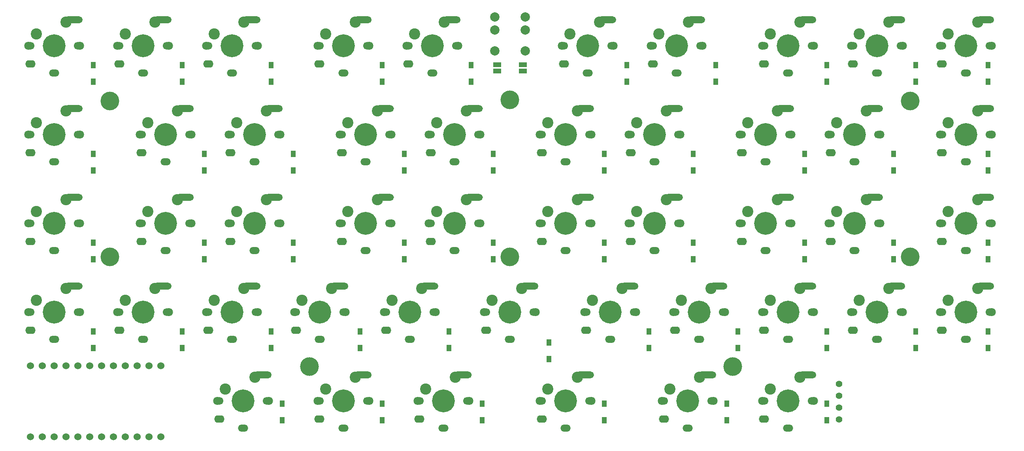
<source format=gbr>
G04 #@! TF.GenerationSoftware,KiCad,Pcbnew,(5.1.9)-1*
G04 #@! TF.CreationDate,2021-01-19T21:28:49+09:00*
G04 #@! TF.ProjectId,yuiop47,7975696f-7034-4372-9e6b-696361645f70,1*
G04 #@! TF.SameCoordinates,Original*
G04 #@! TF.FileFunction,Soldermask,Bot*
G04 #@! TF.FilePolarity,Negative*
%FSLAX46Y46*%
G04 Gerber Fmt 4.6, Leading zero omitted, Abs format (unit mm)*
G04 Created by KiCad (PCBNEW (5.1.9)-1) date 2021-01-19 21:28:49*
%MOMM*%
%LPD*%
G01*
G04 APERTURE LIST*
%ADD10C,4.000000*%
%ADD11C,2.000000*%
%ADD12R,1.000000X1.400000*%
%ADD13R,1.700000X1.000000*%
%ADD14C,1.397000*%
%ADD15C,2.400000*%
%ADD16O,2.200000X1.600000*%
%ADD17C,4.900000*%
%ADD18C,1.800000*%
%ADD19O,2.200000X1.500000*%
%ADD20C,1.700000*%
%ADD21C,1.524000*%
G04 APERTURE END LIST*
D10*
X235750000Y-117250000D03*
X64250000Y-117250000D03*
X197750000Y-140750000D03*
X107000000Y-140750000D03*
X150000000Y-117250000D03*
X150000000Y-83500000D03*
X235750000Y-83750000D03*
X64250000Y-83750000D03*
D11*
X153250000Y-68538800D03*
X146750000Y-68538800D03*
X153250000Y-73038800D03*
X146750000Y-73038800D03*
D12*
X60703100Y-79628100D03*
X60703100Y-76078100D03*
X79753100Y-76078100D03*
X79753100Y-79628100D03*
X98803100Y-79628100D03*
X98803100Y-76078100D03*
X122616000Y-76078100D03*
X122616000Y-79628100D03*
X141666000Y-79628100D03*
X141666000Y-76078100D03*
X175003000Y-76078100D03*
X175003000Y-79628100D03*
X194053000Y-79628100D03*
X194053000Y-76078100D03*
X217866000Y-76078100D03*
X217866000Y-79628100D03*
X236916000Y-79628100D03*
X236916000Y-76078100D03*
X252394000Y-76078100D03*
X252394000Y-79628100D03*
X60703100Y-98678100D03*
X60703100Y-95128100D03*
X84515600Y-95128100D03*
X84515600Y-98678100D03*
X103566000Y-98678100D03*
X103566000Y-95128100D03*
X127378000Y-95128100D03*
X127378000Y-98678100D03*
X146428000Y-98678100D03*
X146428000Y-95128100D03*
X170241000Y-98678100D03*
X170241000Y-95128100D03*
X189291000Y-95128100D03*
X189291000Y-98678100D03*
X213103000Y-95128100D03*
X213103000Y-98678100D03*
X232153000Y-98678100D03*
X232153000Y-95128100D03*
X252394000Y-95128100D03*
X252394000Y-98678100D03*
X60703100Y-117728000D03*
X60703100Y-114178000D03*
X84515600Y-114178000D03*
X84515600Y-117728000D03*
X103566000Y-117728000D03*
X103566000Y-114178000D03*
X127378000Y-117728000D03*
X127378000Y-114178000D03*
X146428000Y-114178000D03*
X146428000Y-117728000D03*
X170241000Y-117728000D03*
X170241000Y-114178000D03*
X189291000Y-114178000D03*
X189291000Y-117728000D03*
X213103000Y-117728000D03*
X213103000Y-114178000D03*
X232153000Y-114178000D03*
X232153000Y-117728000D03*
X252394000Y-114178000D03*
X252394000Y-117728000D03*
X60703100Y-136778000D03*
X60703100Y-133228000D03*
X79753100Y-133228000D03*
X79753100Y-136778000D03*
X98803100Y-136778000D03*
X98803100Y-133228000D03*
X117853000Y-133228000D03*
X117853000Y-136778000D03*
X136903000Y-133228000D03*
X136903000Y-136778000D03*
X179766000Y-133228000D03*
X179766000Y-136778000D03*
X198816000Y-133228000D03*
X198816000Y-136778000D03*
X217866000Y-133228000D03*
X217866000Y-136778000D03*
X236916000Y-133228000D03*
X236916000Y-136778000D03*
X252394000Y-136778000D03*
X252394000Y-133228000D03*
X101184000Y-152256000D03*
X101184000Y-148706000D03*
X122616000Y-152256000D03*
X122616000Y-148706000D03*
X144047000Y-152256000D03*
X144047000Y-148706000D03*
X158334000Y-139159000D03*
X158334000Y-135609000D03*
X170241000Y-152256000D03*
X170241000Y-148706000D03*
X196434000Y-152256000D03*
X196434000Y-148706000D03*
X217866000Y-148706000D03*
X217866000Y-152256000D03*
D13*
X152750000Y-77362500D03*
X152750000Y-75962500D03*
X147250000Y-77362500D03*
X147250000Y-75962500D03*
D14*
X220500000Y-144440000D03*
X220500000Y-146980000D03*
X220500000Y-149520000D03*
X220500000Y-152060000D03*
D15*
X54908800Y-66820000D03*
G36*
G01*
X54068926Y-66378797D02*
X54068926Y-66378797D01*
G75*
G02*
X54812352Y-65622281I749971J6545D01*
G01*
X57712242Y-65596975D01*
G75*
G02*
X58468758Y-66340401I6545J-749971D01*
G01*
X58468758Y-66340401D01*
G75*
G02*
X57725332Y-67096917I-749971J-6545D01*
G01*
X54825442Y-67122223D01*
G75*
G02*
X54068926Y-66378797I-6545J749971D01*
G01*
G37*
D16*
X47268800Y-75800000D03*
D17*
X52368800Y-71900000D03*
D18*
X46868800Y-71900000D03*
X57868800Y-71900000D03*
D19*
X52368800Y-77800000D03*
D15*
X48558800Y-69360000D03*
D20*
X57448800Y-71900000D03*
X47288800Y-71900000D03*
X66338800Y-71900000D03*
X76498800Y-71900000D03*
D15*
X67608800Y-69360000D03*
D19*
X71418800Y-77800000D03*
D18*
X76918800Y-71900000D03*
X65918800Y-71900000D03*
D17*
X71418800Y-71900000D03*
D16*
X66318800Y-75800000D03*
G36*
G01*
X73118926Y-66378797D02*
X73118926Y-66378797D01*
G75*
G02*
X73862352Y-65622281I749971J6545D01*
G01*
X76762242Y-65596975D01*
G75*
G02*
X77518758Y-66340401I6545J-749971D01*
G01*
X77518758Y-66340401D01*
G75*
G02*
X76775332Y-67096917I-749971J-6545D01*
G01*
X73875442Y-67122223D01*
G75*
G02*
X73118926Y-66378797I-6545J749971D01*
G01*
G37*
D15*
X73958800Y-66820000D03*
X93008800Y-66820000D03*
G36*
G01*
X92168926Y-66378797D02*
X92168926Y-66378797D01*
G75*
G02*
X92912352Y-65622281I749971J6545D01*
G01*
X95812242Y-65596975D01*
G75*
G02*
X96568758Y-66340401I6545J-749971D01*
G01*
X96568758Y-66340401D01*
G75*
G02*
X95825332Y-67096917I-749971J-6545D01*
G01*
X92925442Y-67122223D01*
G75*
G02*
X92168926Y-66378797I-6545J749971D01*
G01*
G37*
D16*
X85368800Y-75800000D03*
D17*
X90468800Y-71900000D03*
D18*
X84968800Y-71900000D03*
X95968800Y-71900000D03*
D19*
X90468800Y-77800000D03*
D15*
X86658800Y-69360000D03*
D20*
X95548800Y-71900000D03*
X85388800Y-71900000D03*
X109201000Y-71900000D03*
X119361000Y-71900000D03*
D15*
X110471000Y-69360000D03*
D19*
X114281000Y-77800000D03*
D18*
X119781000Y-71900000D03*
X108781000Y-71900000D03*
D17*
X114281000Y-71900000D03*
D16*
X109181000Y-75800000D03*
G36*
G01*
X115981126Y-66378797D02*
X115981126Y-66378797D01*
G75*
G02*
X116724552Y-65622281I749971J6545D01*
G01*
X119624442Y-65596975D01*
G75*
G02*
X120380958Y-66340401I6545J-749971D01*
G01*
X120380958Y-66340401D01*
G75*
G02*
X119637532Y-67096917I-749971J-6545D01*
G01*
X116737642Y-67122223D01*
G75*
G02*
X115981126Y-66378797I-6545J749971D01*
G01*
G37*
D15*
X116821000Y-66820000D03*
X135871000Y-66820000D03*
G36*
G01*
X135031126Y-66378797D02*
X135031126Y-66378797D01*
G75*
G02*
X135774552Y-65622281I749971J6545D01*
G01*
X138674442Y-65596975D01*
G75*
G02*
X139430958Y-66340401I6545J-749971D01*
G01*
X139430958Y-66340401D01*
G75*
G02*
X138687532Y-67096917I-749971J-6545D01*
G01*
X135787642Y-67122223D01*
G75*
G02*
X135031126Y-66378797I-6545J749971D01*
G01*
G37*
D16*
X128231000Y-75800000D03*
D17*
X133331000Y-71900000D03*
D18*
X127831000Y-71900000D03*
X138831000Y-71900000D03*
D19*
X133331000Y-77800000D03*
D15*
X129521000Y-69360000D03*
D20*
X138411000Y-71900000D03*
X128251000Y-71900000D03*
D15*
X169209000Y-66820000D03*
G36*
G01*
X168369126Y-66378797D02*
X168369126Y-66378797D01*
G75*
G02*
X169112552Y-65622281I749971J6545D01*
G01*
X172012442Y-65596975D01*
G75*
G02*
X172768958Y-66340401I6545J-749971D01*
G01*
X172768958Y-66340401D01*
G75*
G02*
X172025532Y-67096917I-749971J-6545D01*
G01*
X169125642Y-67122223D01*
G75*
G02*
X168369126Y-66378797I-6545J749971D01*
G01*
G37*
D16*
X161569000Y-75800000D03*
D17*
X166669000Y-71900000D03*
D18*
X161169000Y-71900000D03*
X172169000Y-71900000D03*
D19*
X166669000Y-77800000D03*
D15*
X162859000Y-69360000D03*
D20*
X171749000Y-71900000D03*
X161589000Y-71900000D03*
X180639000Y-71900000D03*
X190799000Y-71900000D03*
D15*
X181909000Y-69360000D03*
D19*
X185719000Y-77800000D03*
D18*
X191219000Y-71900000D03*
X180219000Y-71900000D03*
D17*
X185719000Y-71900000D03*
D16*
X180619000Y-75800000D03*
G36*
G01*
X187419126Y-66378797D02*
X187419126Y-66378797D01*
G75*
G02*
X188162552Y-65622281I749971J6545D01*
G01*
X191062442Y-65596975D01*
G75*
G02*
X191818958Y-66340401I6545J-749971D01*
G01*
X191818958Y-66340401D01*
G75*
G02*
X191075532Y-67096917I-749971J-6545D01*
G01*
X188175642Y-67122223D01*
G75*
G02*
X187419126Y-66378797I-6545J749971D01*
G01*
G37*
D15*
X188259000Y-66820000D03*
D20*
X204451000Y-71900000D03*
X214611000Y-71900000D03*
D15*
X205721000Y-69360000D03*
D19*
X209531000Y-77800000D03*
D18*
X215031000Y-71900000D03*
X204031000Y-71900000D03*
D17*
X209531000Y-71900000D03*
D16*
X204431000Y-75800000D03*
G36*
G01*
X211231126Y-66378797D02*
X211231126Y-66378797D01*
G75*
G02*
X211974552Y-65622281I749971J6545D01*
G01*
X214874442Y-65596975D01*
G75*
G02*
X215630958Y-66340401I6545J-749971D01*
G01*
X215630958Y-66340401D01*
G75*
G02*
X214887532Y-67096917I-749971J-6545D01*
G01*
X211987642Y-67122223D01*
G75*
G02*
X211231126Y-66378797I-6545J749971D01*
G01*
G37*
D15*
X212071000Y-66820000D03*
X231121000Y-66820000D03*
G36*
G01*
X230281126Y-66378797D02*
X230281126Y-66378797D01*
G75*
G02*
X231024552Y-65622281I749971J6545D01*
G01*
X233924442Y-65596975D01*
G75*
G02*
X234680958Y-66340401I6545J-749971D01*
G01*
X234680958Y-66340401D01*
G75*
G02*
X233937532Y-67096917I-749971J-6545D01*
G01*
X231037642Y-67122223D01*
G75*
G02*
X230281126Y-66378797I-6545J749971D01*
G01*
G37*
D16*
X223481000Y-75800000D03*
D17*
X228581000Y-71900000D03*
D18*
X223081000Y-71900000D03*
X234081000Y-71900000D03*
D19*
X228581000Y-77800000D03*
D15*
X224771000Y-69360000D03*
D20*
X233661000Y-71900000D03*
X223501000Y-71900000D03*
X242551000Y-71900000D03*
X252711000Y-71900000D03*
D15*
X243821000Y-69360000D03*
D19*
X247631000Y-77800000D03*
D18*
X253131000Y-71900000D03*
X242131000Y-71900000D03*
D17*
X247631000Y-71900000D03*
D16*
X242531000Y-75800000D03*
G36*
G01*
X249331126Y-66378797D02*
X249331126Y-66378797D01*
G75*
G02*
X250074552Y-65622281I749971J6545D01*
G01*
X252974442Y-65596975D01*
G75*
G02*
X253730958Y-66340401I6545J-749971D01*
G01*
X253730958Y-66340401D01*
G75*
G02*
X252987532Y-67096917I-749971J-6545D01*
G01*
X250087642Y-67122223D01*
G75*
G02*
X249331126Y-66378797I-6545J749971D01*
G01*
G37*
D15*
X250171000Y-66820000D03*
D20*
X47288800Y-90950000D03*
X57448800Y-90950000D03*
D15*
X48558800Y-88410000D03*
D19*
X52368800Y-96850000D03*
D18*
X57868800Y-90950000D03*
X46868800Y-90950000D03*
D17*
X52368800Y-90950000D03*
D16*
X47268800Y-94850000D03*
G36*
G01*
X54068926Y-85428797D02*
X54068926Y-85428797D01*
G75*
G02*
X54812352Y-84672281I749971J6545D01*
G01*
X57712242Y-84646975D01*
G75*
G02*
X58468758Y-85390401I6545J-749971D01*
G01*
X58468758Y-85390401D01*
G75*
G02*
X57725332Y-86146917I-749971J-6545D01*
G01*
X54825442Y-86172223D01*
G75*
G02*
X54068926Y-85428797I-6545J749971D01*
G01*
G37*
D15*
X54908800Y-85870000D03*
D20*
X71101200Y-90950000D03*
X81261200Y-90950000D03*
D15*
X72371200Y-88410000D03*
D19*
X76181200Y-96850000D03*
D18*
X81681200Y-90950000D03*
X70681200Y-90950000D03*
D17*
X76181200Y-90950000D03*
D16*
X71081200Y-94850000D03*
G36*
G01*
X77881326Y-85428797D02*
X77881326Y-85428797D01*
G75*
G02*
X78624752Y-84672281I749971J6545D01*
G01*
X81524642Y-84646975D01*
G75*
G02*
X82281158Y-85390401I6545J-749971D01*
G01*
X82281158Y-85390401D01*
G75*
G02*
X81537732Y-86146917I-749971J-6545D01*
G01*
X78637842Y-86172223D01*
G75*
G02*
X77881326Y-85428797I-6545J749971D01*
G01*
G37*
D15*
X78721200Y-85870000D03*
X97771200Y-85870000D03*
G36*
G01*
X96931326Y-85428797D02*
X96931326Y-85428797D01*
G75*
G02*
X97674752Y-84672281I749971J6545D01*
G01*
X100574642Y-84646975D01*
G75*
G02*
X101331158Y-85390401I6545J-749971D01*
G01*
X101331158Y-85390401D01*
G75*
G02*
X100587732Y-86146917I-749971J-6545D01*
G01*
X97687842Y-86172223D01*
G75*
G02*
X96931326Y-85428797I-6545J749971D01*
G01*
G37*
D16*
X90131200Y-94850000D03*
D17*
X95231200Y-90950000D03*
D18*
X89731200Y-90950000D03*
X100731200Y-90950000D03*
D19*
X95231200Y-96850000D03*
D15*
X91421200Y-88410000D03*
D20*
X100311200Y-90950000D03*
X90151200Y-90950000D03*
D15*
X121584000Y-85870000D03*
G36*
G01*
X120744126Y-85428797D02*
X120744126Y-85428797D01*
G75*
G02*
X121487552Y-84672281I749971J6545D01*
G01*
X124387442Y-84646975D01*
G75*
G02*
X125143958Y-85390401I6545J-749971D01*
G01*
X125143958Y-85390401D01*
G75*
G02*
X124400532Y-86146917I-749971J-6545D01*
G01*
X121500642Y-86172223D01*
G75*
G02*
X120744126Y-85428797I-6545J749971D01*
G01*
G37*
D16*
X113944000Y-94850000D03*
D17*
X119044000Y-90950000D03*
D18*
X113544000Y-90950000D03*
X124544000Y-90950000D03*
D19*
X119044000Y-96850000D03*
D15*
X115234000Y-88410000D03*
D20*
X124124000Y-90950000D03*
X113964000Y-90950000D03*
D15*
X140634000Y-85870000D03*
G36*
G01*
X139794126Y-85428797D02*
X139794126Y-85428797D01*
G75*
G02*
X140537552Y-84672281I749971J6545D01*
G01*
X143437442Y-84646975D01*
G75*
G02*
X144193958Y-85390401I6545J-749971D01*
G01*
X144193958Y-85390401D01*
G75*
G02*
X143450532Y-86146917I-749971J-6545D01*
G01*
X140550642Y-86172223D01*
G75*
G02*
X139794126Y-85428797I-6545J749971D01*
G01*
G37*
D16*
X132994000Y-94850000D03*
D17*
X138094000Y-90950000D03*
D18*
X132594000Y-90950000D03*
X143594000Y-90950000D03*
D19*
X138094000Y-96850000D03*
D15*
X134284000Y-88410000D03*
D20*
X143174000Y-90950000D03*
X133014000Y-90950000D03*
X156826000Y-90950000D03*
X166986000Y-90950000D03*
D15*
X158096000Y-88410000D03*
D19*
X161906000Y-96850000D03*
D18*
X167406000Y-90950000D03*
X156406000Y-90950000D03*
D17*
X161906000Y-90950000D03*
D16*
X156806000Y-94850000D03*
G36*
G01*
X163606126Y-85428797D02*
X163606126Y-85428797D01*
G75*
G02*
X164349552Y-84672281I749971J6545D01*
G01*
X167249442Y-84646975D01*
G75*
G02*
X168005958Y-85390401I6545J-749971D01*
G01*
X168005958Y-85390401D01*
G75*
G02*
X167262532Y-86146917I-749971J-6545D01*
G01*
X164362642Y-86172223D01*
G75*
G02*
X163606126Y-85428797I-6545J749971D01*
G01*
G37*
D15*
X164446000Y-85870000D03*
D20*
X175876000Y-90950000D03*
X186036000Y-90950000D03*
D15*
X177146000Y-88410000D03*
D19*
X180956000Y-96850000D03*
D18*
X186456000Y-90950000D03*
X175456000Y-90950000D03*
D17*
X180956000Y-90950000D03*
D16*
X175856000Y-94850000D03*
G36*
G01*
X182656126Y-85428797D02*
X182656126Y-85428797D01*
G75*
G02*
X183399552Y-84672281I749971J6545D01*
G01*
X186299442Y-84646975D01*
G75*
G02*
X187055958Y-85390401I6545J-749971D01*
G01*
X187055958Y-85390401D01*
G75*
G02*
X186312532Y-86146917I-749971J-6545D01*
G01*
X183412642Y-86172223D01*
G75*
G02*
X182656126Y-85428797I-6545J749971D01*
G01*
G37*
D15*
X183496000Y-85870000D03*
X207309000Y-85870000D03*
G36*
G01*
X206469126Y-85428797D02*
X206469126Y-85428797D01*
G75*
G02*
X207212552Y-84672281I749971J6545D01*
G01*
X210112442Y-84646975D01*
G75*
G02*
X210868958Y-85390401I6545J-749971D01*
G01*
X210868958Y-85390401D01*
G75*
G02*
X210125532Y-86146917I-749971J-6545D01*
G01*
X207225642Y-86172223D01*
G75*
G02*
X206469126Y-85428797I-6545J749971D01*
G01*
G37*
D16*
X199669000Y-94850000D03*
D17*
X204769000Y-90950000D03*
D18*
X199269000Y-90950000D03*
X210269000Y-90950000D03*
D19*
X204769000Y-96850000D03*
D15*
X200959000Y-88410000D03*
D20*
X209849000Y-90950000D03*
X199689000Y-90950000D03*
D15*
X226359000Y-85870000D03*
G36*
G01*
X225519126Y-85428797D02*
X225519126Y-85428797D01*
G75*
G02*
X226262552Y-84672281I749971J6545D01*
G01*
X229162442Y-84646975D01*
G75*
G02*
X229918958Y-85390401I6545J-749971D01*
G01*
X229918958Y-85390401D01*
G75*
G02*
X229175532Y-86146917I-749971J-6545D01*
G01*
X226275642Y-86172223D01*
G75*
G02*
X225519126Y-85428797I-6545J749971D01*
G01*
G37*
D16*
X218719000Y-94850000D03*
D17*
X223819000Y-90950000D03*
D18*
X218319000Y-90950000D03*
X229319000Y-90950000D03*
D19*
X223819000Y-96850000D03*
D15*
X220009000Y-88410000D03*
D20*
X228899000Y-90950000D03*
X218739000Y-90950000D03*
X242551000Y-90950000D03*
X252711000Y-90950000D03*
D15*
X243821000Y-88410000D03*
D19*
X247631000Y-96850000D03*
D18*
X253131000Y-90950000D03*
X242131000Y-90950000D03*
D17*
X247631000Y-90950000D03*
D16*
X242531000Y-94850000D03*
G36*
G01*
X249331126Y-85428797D02*
X249331126Y-85428797D01*
G75*
G02*
X250074552Y-84672281I749971J6545D01*
G01*
X252974442Y-84646975D01*
G75*
G02*
X253730958Y-85390401I6545J-749971D01*
G01*
X253730958Y-85390401D01*
G75*
G02*
X252987532Y-86146917I-749971J-6545D01*
G01*
X250087642Y-86172223D01*
G75*
G02*
X249331126Y-85428797I-6545J749971D01*
G01*
G37*
D15*
X250171000Y-85870000D03*
D20*
X47288800Y-110000000D03*
X57448800Y-110000000D03*
D15*
X48558800Y-107460000D03*
D19*
X52368800Y-115900000D03*
D18*
X57868800Y-110000000D03*
X46868800Y-110000000D03*
D17*
X52368800Y-110000000D03*
D16*
X47268800Y-113900000D03*
G36*
G01*
X54068926Y-104478797D02*
X54068926Y-104478797D01*
G75*
G02*
X54812352Y-103722281I749971J6545D01*
G01*
X57712242Y-103696975D01*
G75*
G02*
X58468758Y-104440401I6545J-749971D01*
G01*
X58468758Y-104440401D01*
G75*
G02*
X57725332Y-105196917I-749971J-6545D01*
G01*
X54825442Y-105222223D01*
G75*
G02*
X54068926Y-104478797I-6545J749971D01*
G01*
G37*
D15*
X54908800Y-104920000D03*
X78721200Y-104920000D03*
G36*
G01*
X77881326Y-104478797D02*
X77881326Y-104478797D01*
G75*
G02*
X78624752Y-103722281I749971J6545D01*
G01*
X81524642Y-103696975D01*
G75*
G02*
X82281158Y-104440401I6545J-749971D01*
G01*
X82281158Y-104440401D01*
G75*
G02*
X81537732Y-105196917I-749971J-6545D01*
G01*
X78637842Y-105222223D01*
G75*
G02*
X77881326Y-104478797I-6545J749971D01*
G01*
G37*
D16*
X71081200Y-113900000D03*
D17*
X76181200Y-110000000D03*
D18*
X70681200Y-110000000D03*
X81681200Y-110000000D03*
D19*
X76181200Y-115900000D03*
D15*
X72371200Y-107460000D03*
D20*
X81261200Y-110000000D03*
X71101200Y-110000000D03*
D15*
X97771200Y-104920000D03*
G36*
G01*
X96931326Y-104478797D02*
X96931326Y-104478797D01*
G75*
G02*
X97674752Y-103722281I749971J6545D01*
G01*
X100574642Y-103696975D01*
G75*
G02*
X101331158Y-104440401I6545J-749971D01*
G01*
X101331158Y-104440401D01*
G75*
G02*
X100587732Y-105196917I-749971J-6545D01*
G01*
X97687842Y-105222223D01*
G75*
G02*
X96931326Y-104478797I-6545J749971D01*
G01*
G37*
D16*
X90131200Y-113900000D03*
D17*
X95231200Y-110000000D03*
D18*
X89731200Y-110000000D03*
X100731200Y-110000000D03*
D19*
X95231200Y-115900000D03*
D15*
X91421200Y-107460000D03*
D20*
X100311200Y-110000000D03*
X90151200Y-110000000D03*
X113964000Y-110000000D03*
X124124000Y-110000000D03*
D15*
X115234000Y-107460000D03*
D19*
X119044000Y-115900000D03*
D18*
X124544000Y-110000000D03*
X113544000Y-110000000D03*
D17*
X119044000Y-110000000D03*
D16*
X113944000Y-113900000D03*
G36*
G01*
X120744126Y-104478797D02*
X120744126Y-104478797D01*
G75*
G02*
X121487552Y-103722281I749971J6545D01*
G01*
X124387442Y-103696975D01*
G75*
G02*
X125143958Y-104440401I6545J-749971D01*
G01*
X125143958Y-104440401D01*
G75*
G02*
X124400532Y-105196917I-749971J-6545D01*
G01*
X121500642Y-105222223D01*
G75*
G02*
X120744126Y-104478797I-6545J749971D01*
G01*
G37*
D15*
X121584000Y-104920000D03*
D20*
X133014000Y-110000000D03*
X143174000Y-110000000D03*
D15*
X134284000Y-107460000D03*
D19*
X138094000Y-115900000D03*
D18*
X143594000Y-110000000D03*
X132594000Y-110000000D03*
D17*
X138094000Y-110000000D03*
D16*
X132994000Y-113900000D03*
G36*
G01*
X139794126Y-104478797D02*
X139794126Y-104478797D01*
G75*
G02*
X140537552Y-103722281I749971J6545D01*
G01*
X143437442Y-103696975D01*
G75*
G02*
X144193958Y-104440401I6545J-749971D01*
G01*
X144193958Y-104440401D01*
G75*
G02*
X143450532Y-105196917I-749971J-6545D01*
G01*
X140550642Y-105222223D01*
G75*
G02*
X139794126Y-104478797I-6545J749971D01*
G01*
G37*
D15*
X140634000Y-104920000D03*
X164446000Y-104920000D03*
G36*
G01*
X163606126Y-104478797D02*
X163606126Y-104478797D01*
G75*
G02*
X164349552Y-103722281I749971J6545D01*
G01*
X167249442Y-103696975D01*
G75*
G02*
X168005958Y-104440401I6545J-749971D01*
G01*
X168005958Y-104440401D01*
G75*
G02*
X167262532Y-105196917I-749971J-6545D01*
G01*
X164362642Y-105222223D01*
G75*
G02*
X163606126Y-104478797I-6545J749971D01*
G01*
G37*
D16*
X156806000Y-113900000D03*
D17*
X161906000Y-110000000D03*
D18*
X156406000Y-110000000D03*
X167406000Y-110000000D03*
D19*
X161906000Y-115900000D03*
D15*
X158096000Y-107460000D03*
D20*
X166986000Y-110000000D03*
X156826000Y-110000000D03*
D15*
X183496000Y-104920000D03*
G36*
G01*
X182656126Y-104478797D02*
X182656126Y-104478797D01*
G75*
G02*
X183399552Y-103722281I749971J6545D01*
G01*
X186299442Y-103696975D01*
G75*
G02*
X187055958Y-104440401I6545J-749971D01*
G01*
X187055958Y-104440401D01*
G75*
G02*
X186312532Y-105196917I-749971J-6545D01*
G01*
X183412642Y-105222223D01*
G75*
G02*
X182656126Y-104478797I-6545J749971D01*
G01*
G37*
D16*
X175856000Y-113900000D03*
D17*
X180956000Y-110000000D03*
D18*
X175456000Y-110000000D03*
X186456000Y-110000000D03*
D19*
X180956000Y-115900000D03*
D15*
X177146000Y-107460000D03*
D20*
X186036000Y-110000000D03*
X175876000Y-110000000D03*
X199689000Y-110000000D03*
X209849000Y-110000000D03*
D15*
X200959000Y-107460000D03*
D19*
X204769000Y-115900000D03*
D18*
X210269000Y-110000000D03*
X199269000Y-110000000D03*
D17*
X204769000Y-110000000D03*
D16*
X199669000Y-113900000D03*
G36*
G01*
X206469126Y-104478797D02*
X206469126Y-104478797D01*
G75*
G02*
X207212552Y-103722281I749971J6545D01*
G01*
X210112442Y-103696975D01*
G75*
G02*
X210868958Y-104440401I6545J-749971D01*
G01*
X210868958Y-104440401D01*
G75*
G02*
X210125532Y-105196917I-749971J-6545D01*
G01*
X207225642Y-105222223D01*
G75*
G02*
X206469126Y-104478797I-6545J749971D01*
G01*
G37*
D15*
X207309000Y-104920000D03*
D20*
X218739000Y-110000000D03*
X228899000Y-110000000D03*
D15*
X220009000Y-107460000D03*
D19*
X223819000Y-115900000D03*
D18*
X229319000Y-110000000D03*
X218319000Y-110000000D03*
D17*
X223819000Y-110000000D03*
D16*
X218719000Y-113900000D03*
G36*
G01*
X225519126Y-104478797D02*
X225519126Y-104478797D01*
G75*
G02*
X226262552Y-103722281I749971J6545D01*
G01*
X229162442Y-103696975D01*
G75*
G02*
X229918958Y-104440401I6545J-749971D01*
G01*
X229918958Y-104440401D01*
G75*
G02*
X229175532Y-105196917I-749971J-6545D01*
G01*
X226275642Y-105222223D01*
G75*
G02*
X225519126Y-104478797I-6545J749971D01*
G01*
G37*
D15*
X226359000Y-104920000D03*
X250171000Y-104920000D03*
G36*
G01*
X249331126Y-104478797D02*
X249331126Y-104478797D01*
G75*
G02*
X250074552Y-103722281I749971J6545D01*
G01*
X252974442Y-103696975D01*
G75*
G02*
X253730958Y-104440401I6545J-749971D01*
G01*
X253730958Y-104440401D01*
G75*
G02*
X252987532Y-105196917I-749971J-6545D01*
G01*
X250087642Y-105222223D01*
G75*
G02*
X249331126Y-104478797I-6545J749971D01*
G01*
G37*
D16*
X242531000Y-113900000D03*
D17*
X247631000Y-110000000D03*
D18*
X242131000Y-110000000D03*
X253131000Y-110000000D03*
D19*
X247631000Y-115900000D03*
D15*
X243821000Y-107460000D03*
D20*
X252711000Y-110000000D03*
X242551000Y-110000000D03*
D15*
X54908800Y-123970000D03*
G36*
G01*
X54068926Y-123528797D02*
X54068926Y-123528797D01*
G75*
G02*
X54812352Y-122772281I749971J6545D01*
G01*
X57712242Y-122746975D01*
G75*
G02*
X58468758Y-123490401I6545J-749971D01*
G01*
X58468758Y-123490401D01*
G75*
G02*
X57725332Y-124246917I-749971J-6545D01*
G01*
X54825442Y-124272223D01*
G75*
G02*
X54068926Y-123528797I-6545J749971D01*
G01*
G37*
D16*
X47268800Y-132950000D03*
D17*
X52368800Y-129050000D03*
D18*
X46868800Y-129050000D03*
X57868800Y-129050000D03*
D19*
X52368800Y-134950000D03*
D15*
X48558800Y-126510000D03*
D20*
X57448800Y-129050000D03*
X47288800Y-129050000D03*
X66338800Y-129050000D03*
X76498800Y-129050000D03*
D15*
X67608800Y-126510000D03*
D19*
X71418800Y-134950000D03*
D18*
X76918800Y-129050000D03*
X65918800Y-129050000D03*
D17*
X71418800Y-129050000D03*
D16*
X66318800Y-132950000D03*
G36*
G01*
X73118926Y-123528797D02*
X73118926Y-123528797D01*
G75*
G02*
X73862352Y-122772281I749971J6545D01*
G01*
X76762242Y-122746975D01*
G75*
G02*
X77518758Y-123490401I6545J-749971D01*
G01*
X77518758Y-123490401D01*
G75*
G02*
X76775332Y-124246917I-749971J-6545D01*
G01*
X73875442Y-124272223D01*
G75*
G02*
X73118926Y-123528797I-6545J749971D01*
G01*
G37*
D15*
X73958800Y-123970000D03*
X93008800Y-123970000D03*
G36*
G01*
X92168926Y-123528797D02*
X92168926Y-123528797D01*
G75*
G02*
X92912352Y-122772281I749971J6545D01*
G01*
X95812242Y-122746975D01*
G75*
G02*
X96568758Y-123490401I6545J-749971D01*
G01*
X96568758Y-123490401D01*
G75*
G02*
X95825332Y-124246917I-749971J-6545D01*
G01*
X92925442Y-124272223D01*
G75*
G02*
X92168926Y-123528797I-6545J749971D01*
G01*
G37*
D16*
X85368800Y-132950000D03*
D17*
X90468800Y-129050000D03*
D18*
X84968800Y-129050000D03*
X95968800Y-129050000D03*
D19*
X90468800Y-134950000D03*
D15*
X86658800Y-126510000D03*
D20*
X95548800Y-129050000D03*
X85388800Y-129050000D03*
X104200000Y-129050000D03*
X114360000Y-129050000D03*
D15*
X105470000Y-126510000D03*
D19*
X109280000Y-134950000D03*
D18*
X114780000Y-129050000D03*
X103780000Y-129050000D03*
D17*
X109280000Y-129050000D03*
D16*
X104180000Y-132950000D03*
G36*
G01*
X110980126Y-123528797D02*
X110980126Y-123528797D01*
G75*
G02*
X111723552Y-122772281I749971J6545D01*
G01*
X114623442Y-122746975D01*
G75*
G02*
X115379958Y-123490401I6545J-749971D01*
G01*
X115379958Y-123490401D01*
G75*
G02*
X114636532Y-124246917I-749971J-6545D01*
G01*
X111736642Y-124272223D01*
G75*
G02*
X110980126Y-123528797I-6545J749971D01*
G01*
G37*
D15*
X111820000Y-123970000D03*
X131109000Y-123970000D03*
G36*
G01*
X130269126Y-123528797D02*
X130269126Y-123528797D01*
G75*
G02*
X131012552Y-122772281I749971J6545D01*
G01*
X133912442Y-122746975D01*
G75*
G02*
X134668958Y-123490401I6545J-749971D01*
G01*
X134668958Y-123490401D01*
G75*
G02*
X133925532Y-124246917I-749971J-6545D01*
G01*
X131025642Y-124272223D01*
G75*
G02*
X130269126Y-123528797I-6545J749971D01*
G01*
G37*
D16*
X123469000Y-132950000D03*
D17*
X128569000Y-129050000D03*
D18*
X123069000Y-129050000D03*
X134069000Y-129050000D03*
D19*
X128569000Y-134950000D03*
D15*
X124759000Y-126510000D03*
D20*
X133649000Y-129050000D03*
X123489000Y-129050000D03*
X166351000Y-129050000D03*
X176511000Y-129050000D03*
D15*
X167621000Y-126510000D03*
D19*
X171431000Y-134950000D03*
D18*
X176931000Y-129050000D03*
X165931000Y-129050000D03*
D17*
X171431000Y-129050000D03*
D16*
X166331000Y-132950000D03*
G36*
G01*
X173131126Y-123528797D02*
X173131126Y-123528797D01*
G75*
G02*
X173874552Y-122772281I749971J6545D01*
G01*
X176774442Y-122746975D01*
G75*
G02*
X177530958Y-123490401I6545J-749971D01*
G01*
X177530958Y-123490401D01*
G75*
G02*
X176787532Y-124246917I-749971J-6545D01*
G01*
X173887642Y-124272223D01*
G75*
G02*
X173131126Y-123528797I-6545J749971D01*
G01*
G37*
D15*
X173971000Y-123970000D03*
X193021000Y-123970000D03*
G36*
G01*
X192181126Y-123528797D02*
X192181126Y-123528797D01*
G75*
G02*
X192924552Y-122772281I749971J6545D01*
G01*
X195824442Y-122746975D01*
G75*
G02*
X196580958Y-123490401I6545J-749971D01*
G01*
X196580958Y-123490401D01*
G75*
G02*
X195837532Y-124246917I-749971J-6545D01*
G01*
X192937642Y-124272223D01*
G75*
G02*
X192181126Y-123528797I-6545J749971D01*
G01*
G37*
D16*
X185381000Y-132950000D03*
D17*
X190481000Y-129050000D03*
D18*
X184981000Y-129050000D03*
X195981000Y-129050000D03*
D19*
X190481000Y-134950000D03*
D15*
X186671000Y-126510000D03*
D20*
X195561000Y-129050000D03*
X185401000Y-129050000D03*
X204451000Y-129050000D03*
X214611000Y-129050000D03*
D15*
X205721000Y-126510000D03*
D19*
X209531000Y-134950000D03*
D18*
X215031000Y-129050000D03*
X204031000Y-129050000D03*
D17*
X209531000Y-129050000D03*
D16*
X204431000Y-132950000D03*
G36*
G01*
X211231126Y-123528797D02*
X211231126Y-123528797D01*
G75*
G02*
X211974552Y-122772281I749971J6545D01*
G01*
X214874442Y-122746975D01*
G75*
G02*
X215630958Y-123490401I6545J-749971D01*
G01*
X215630958Y-123490401D01*
G75*
G02*
X214887532Y-124246917I-749971J-6545D01*
G01*
X211987642Y-124272223D01*
G75*
G02*
X211231126Y-123528797I-6545J749971D01*
G01*
G37*
D15*
X212071000Y-123970000D03*
X231121000Y-123970000D03*
G36*
G01*
X230281126Y-123528797D02*
X230281126Y-123528797D01*
G75*
G02*
X231024552Y-122772281I749971J6545D01*
G01*
X233924442Y-122746975D01*
G75*
G02*
X234680958Y-123490401I6545J-749971D01*
G01*
X234680958Y-123490401D01*
G75*
G02*
X233937532Y-124246917I-749971J-6545D01*
G01*
X231037642Y-124272223D01*
G75*
G02*
X230281126Y-123528797I-6545J749971D01*
G01*
G37*
D16*
X223481000Y-132950000D03*
D17*
X228581000Y-129050000D03*
D18*
X223081000Y-129050000D03*
X234081000Y-129050000D03*
D19*
X228581000Y-134950000D03*
D15*
X224771000Y-126510000D03*
D20*
X233661000Y-129050000D03*
X223501000Y-129050000D03*
X242551000Y-129050000D03*
X252711000Y-129050000D03*
D15*
X243821000Y-126510000D03*
D19*
X247631000Y-134950000D03*
D18*
X253131000Y-129050000D03*
X242131000Y-129050000D03*
D17*
X247631000Y-129050000D03*
D16*
X242531000Y-132950000D03*
G36*
G01*
X249331126Y-123528797D02*
X249331126Y-123528797D01*
G75*
G02*
X250074552Y-122772281I749971J6545D01*
G01*
X252974442Y-122746975D01*
G75*
G02*
X253730958Y-123490401I6545J-749971D01*
G01*
X253730958Y-123490401D01*
G75*
G02*
X252987532Y-124246917I-749971J-6545D01*
G01*
X250087642Y-124272223D01*
G75*
G02*
X249331126Y-123528797I-6545J749971D01*
G01*
G37*
D15*
X250171000Y-123970000D03*
D20*
X87770000Y-148100000D03*
X97930000Y-148100000D03*
D15*
X89040000Y-145560000D03*
D19*
X92850000Y-154000000D03*
D18*
X98350000Y-148100000D03*
X87350000Y-148100000D03*
D17*
X92850000Y-148100000D03*
D16*
X87750000Y-152000000D03*
G36*
G01*
X94550126Y-142578797D02*
X94550126Y-142578797D01*
G75*
G02*
X95293552Y-141822281I749971J6545D01*
G01*
X98193442Y-141796975D01*
G75*
G02*
X98949958Y-142540401I6545J-749971D01*
G01*
X98949958Y-142540401D01*
G75*
G02*
X98206532Y-143296917I-749971J-6545D01*
G01*
X95306642Y-143322223D01*
G75*
G02*
X94550126Y-142578797I-6545J749971D01*
G01*
G37*
D15*
X95390000Y-143020000D03*
X116821000Y-143020000D03*
G36*
G01*
X115981126Y-142578797D02*
X115981126Y-142578797D01*
G75*
G02*
X116724552Y-141822281I749971J6545D01*
G01*
X119624442Y-141796975D01*
G75*
G02*
X120380958Y-142540401I6545J-749971D01*
G01*
X120380958Y-142540401D01*
G75*
G02*
X119637532Y-143296917I-749971J-6545D01*
G01*
X116737642Y-143322223D01*
G75*
G02*
X115981126Y-142578797I-6545J749971D01*
G01*
G37*
D16*
X109181000Y-152000000D03*
D17*
X114281000Y-148100000D03*
D18*
X108781000Y-148100000D03*
X119781000Y-148100000D03*
D19*
X114281000Y-154000000D03*
D15*
X110471000Y-145560000D03*
D20*
X119361000Y-148100000D03*
X109201000Y-148100000D03*
D15*
X138252000Y-143020000D03*
G36*
G01*
X137412126Y-142578797D02*
X137412126Y-142578797D01*
G75*
G02*
X138155552Y-141822281I749971J6545D01*
G01*
X141055442Y-141796975D01*
G75*
G02*
X141811958Y-142540401I6545J-749971D01*
G01*
X141811958Y-142540401D01*
G75*
G02*
X141068532Y-143296917I-749971J-6545D01*
G01*
X138168642Y-143322223D01*
G75*
G02*
X137412126Y-142578797I-6545J749971D01*
G01*
G37*
D16*
X130612000Y-152000000D03*
D17*
X135712000Y-148100000D03*
D18*
X130212000Y-148100000D03*
X141212000Y-148100000D03*
D19*
X135712000Y-154000000D03*
D15*
X131902000Y-145560000D03*
D20*
X140792000Y-148100000D03*
X130632000Y-148100000D03*
X144920000Y-129050000D03*
X155080000Y-129050000D03*
D15*
X146190000Y-126510000D03*
D19*
X150000000Y-134950000D03*
D18*
X155500000Y-129050000D03*
X144500000Y-129050000D03*
D17*
X150000000Y-129050000D03*
D16*
X144900000Y-132950000D03*
G36*
G01*
X151700126Y-123528797D02*
X151700126Y-123528797D01*
G75*
G02*
X152443552Y-122772281I749971J6545D01*
G01*
X155343442Y-122746975D01*
G75*
G02*
X156099958Y-123490401I6545J-749971D01*
G01*
X156099958Y-123490401D01*
G75*
G02*
X155356532Y-124246917I-749971J-6545D01*
G01*
X152456642Y-124272223D01*
G75*
G02*
X151700126Y-123528797I-6545J749971D01*
G01*
G37*
D15*
X152540000Y-123970000D03*
D20*
X156826000Y-148100000D03*
X166986000Y-148100000D03*
D15*
X158096000Y-145560000D03*
D19*
X161906000Y-154000000D03*
D18*
X167406000Y-148100000D03*
X156406000Y-148100000D03*
D17*
X161906000Y-148100000D03*
D16*
X156806000Y-152000000D03*
G36*
G01*
X163606126Y-142578797D02*
X163606126Y-142578797D01*
G75*
G02*
X164349552Y-141822281I749971J6545D01*
G01*
X167249442Y-141796975D01*
G75*
G02*
X168005958Y-142540401I6545J-749971D01*
G01*
X168005958Y-142540401D01*
G75*
G02*
X167262532Y-143296917I-749971J-6545D01*
G01*
X164362642Y-143322223D01*
G75*
G02*
X163606126Y-142578797I-6545J749971D01*
G01*
G37*
D15*
X164446000Y-143020000D03*
X190640000Y-143020000D03*
G36*
G01*
X189800126Y-142578797D02*
X189800126Y-142578797D01*
G75*
G02*
X190543552Y-141822281I749971J6545D01*
G01*
X193443442Y-141796975D01*
G75*
G02*
X194199958Y-142540401I6545J-749971D01*
G01*
X194199958Y-142540401D01*
G75*
G02*
X193456532Y-143296917I-749971J-6545D01*
G01*
X190556642Y-143322223D01*
G75*
G02*
X189800126Y-142578797I-6545J749971D01*
G01*
G37*
D16*
X183000000Y-152000000D03*
D17*
X188100000Y-148100000D03*
D18*
X182600000Y-148100000D03*
X193600000Y-148100000D03*
D19*
X188100000Y-154000000D03*
D15*
X184290000Y-145560000D03*
D20*
X193180000Y-148100000D03*
X183020000Y-148100000D03*
X204451000Y-148100000D03*
X214611000Y-148100000D03*
D15*
X205721000Y-145560000D03*
D19*
X209531000Y-154000000D03*
D18*
X215031000Y-148100000D03*
X204031000Y-148100000D03*
D17*
X209531000Y-148100000D03*
D16*
X204431000Y-152000000D03*
G36*
G01*
X211231126Y-142578797D02*
X211231126Y-142578797D01*
G75*
G02*
X211974552Y-141822281I749971J6545D01*
G01*
X214874442Y-141796975D01*
G75*
G02*
X215630958Y-142540401I6545J-749971D01*
G01*
X215630958Y-142540401D01*
G75*
G02*
X214887532Y-143296917I-749971J-6545D01*
G01*
X211987642Y-143322223D01*
G75*
G02*
X211231126Y-142578797I-6545J749971D01*
G01*
G37*
D15*
X212071000Y-143020000D03*
D21*
X47222000Y-155808600D03*
X49762000Y-155808600D03*
X52302000Y-155808600D03*
X54842000Y-155808600D03*
X57382000Y-155808600D03*
X59922000Y-155808600D03*
X62462000Y-155808600D03*
X65002000Y-155808600D03*
X67542000Y-155808600D03*
X70082000Y-155808600D03*
X72622000Y-155808600D03*
X75162000Y-155808600D03*
X75162000Y-140588600D03*
X72622000Y-140588600D03*
X70082000Y-140588600D03*
X67542000Y-140588600D03*
X65002000Y-140588600D03*
X62462000Y-140588600D03*
X59922000Y-140588600D03*
X57382000Y-140588600D03*
X54842000Y-140588600D03*
X52302000Y-140588600D03*
X49762000Y-140588600D03*
X47222000Y-140588600D03*
D11*
X146750000Y-65700000D03*
X153250000Y-65700000D03*
M02*

</source>
